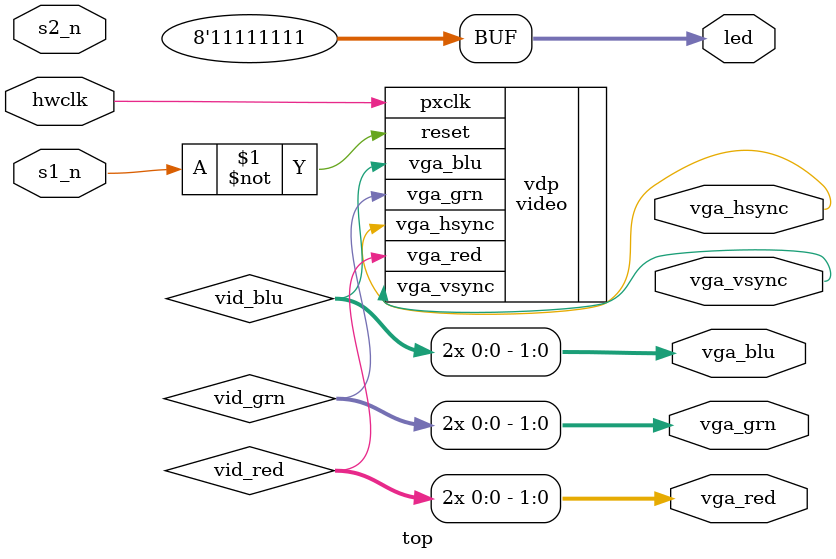
<source format=v>
`default_nettype none


module top (
    input   wire        hwclk,
    input   wire        s1_n,
    input   wire        s2_n,
    output  wire [1:0]  vga_red,
    output  wire [1:0]  vga_grn,
    output  wire [1:0]  vga_blu,
    output  wire        vga_hsync,
    output  wire        vga_vsync,
    output  wire [7:0]  led
    );

    wire vid_red;
    wire vid_grn;
    wire vid_blu;
    assign vga_red = { vid_red, vid_red };
    assign vga_grn = { vid_grn, vid_grn };
    assign vga_blu = { vid_blu, vid_blu };

    video vdp ( 
        .pxclk(hwclk),
        .reset(~s1_n),      // active high
        .vga_red(vid_red),
        .vga_grn(vid_grn),
        .vga_blu(vid_blu),
        .vga_hsync(vga_hsync),
        .vga_vsync(vga_vsync)
        );

    assign led = ~0;                // turn off the LEDs

endmodule

</source>
